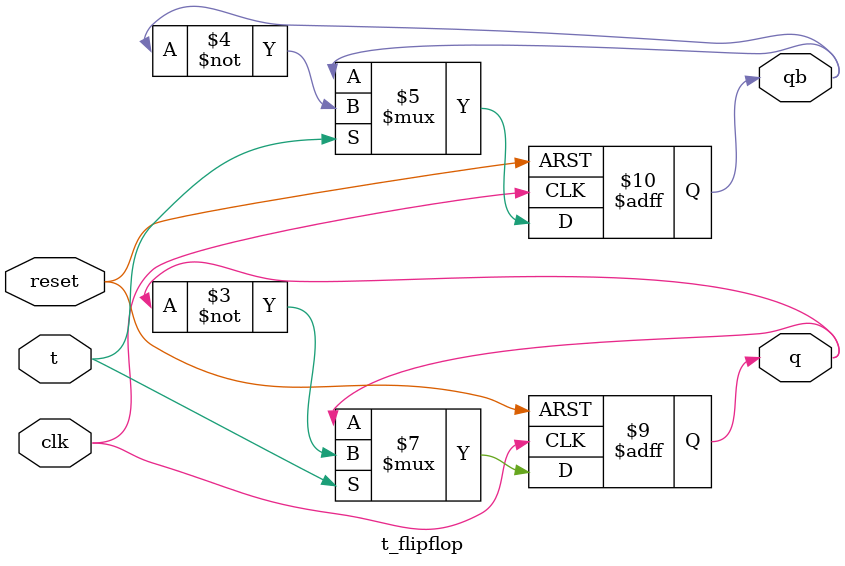
<source format=v>

module t_flipflop(t,clk,reset,q,qb);
  // Input ports: Control and clock signals
  input wire t;               // T input (toggle control)
  input wire clk;             // Clock signal for synchronization
  input wire reset;           // Reset signal (active low)
  
  // Output ports: Stored data and its complement
  output reg q;               // Stored data output (Q)
  output reg qb;              // Complement of stored data (Q-bar)
  
  // Sequential logic: T flip-flop operation on clock edge
  always@(posedge clk or negedge reset)  // Triggered by clock or reset
    begin
      if(!reset)              // Active low reset
        begin
          q <= 1'b0;          // Reset Q to 0
          qb <= 1'b1;          // Reset Q-bar to 1
        end
      else if(t)              // If T input is active
        begin
          q <= ~q;            // Toggle Q
          qb <= ~qb;          // Toggle Q-bar
        end
      // If T=0, Q and Q-bar remain unchanged (hold state)
    end
endmodule

</source>
